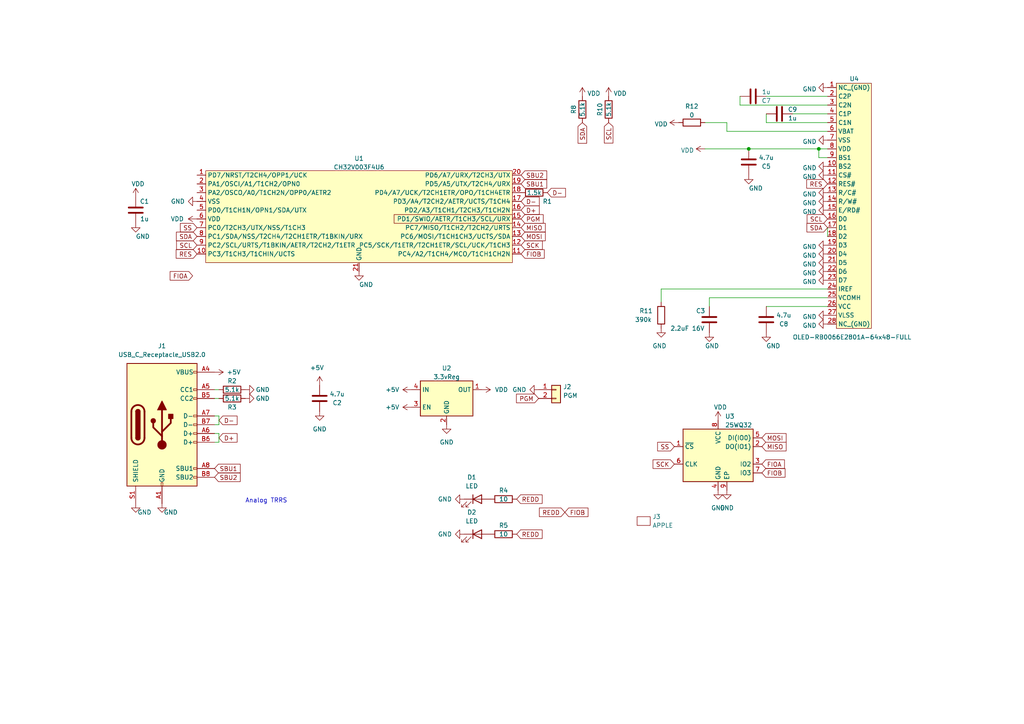
<source format=kicad_sch>
(kicad_sch (version 20231120) (generator "eeschema") (generator_version "8.0")
  (paper "A4")
  (lib_symbols
    (symbol "CH32V003F4U6:CH32V003F4U6"
      (property "Reference" "U" (at 0 0 0))
      (property "Value" "CH32V003F4U6" (at 0 3.81 0))
      (symbol "CH32V003F4U6_0_1"
        (rectangle (start -44.45 12.7) (end 44.45 -13.97) (fill (type background)))
        (rectangle (start 10.16 0) (end 44.45 -2.54) (fill (type background)))
      )
      (symbol "CH32V003F4U6_1_1"
        (pin bidirectional line (at -46.99 11.43 0) (length 2.54) (name "PD7/NRST/T2CH4/OPP1/UCK") (number "1"))
        (pin bidirectional line (at -46.99 -11.43 0) (length 2.54) (name "PC3/T1CH3/T1CHIN/UCTS") (number "10"))
        (pin bidirectional line (at 46.99 -11.43 180) (length 2.54) (name "PC4/A2/T1CH4/MCO/T1CH1CH2N") (number "11"))
        (pin bidirectional line (at 46.99 -8.89 180) (length 2.54) (name "PC5/SCK/T1ETR/T2CH1ETR/SCL/UCK/T1CH3") (number "12"))
        (pin bidirectional line (at 46.99 -6.35 180) (length 2.54) (name "PC6/MOSI/T1CH1CH3/UCTS/SDA") (number "13"))
        (pin bidirectional line (at 46.99 -3.81 180) (length 2.54) (name "PC7/MISO/T1CH2/T2CH2/URTS") (number "14"))
        (pin bidirectional line (at 46.99 -1.27 180) (length 2.54) (name "PD1/SWIO/AETR/T1CH3/SCL/URX") (number "15"))
        (pin bidirectional line (at 46.99 1.27 180) (length 2.54) (name "PD2/A3/T1CH1/T2CH3/T1CH2N") (number "16"))
        (pin bidirectional line (at 46.99 3.81 180) (length 2.54) (name "PD3/A4/T2CH2/AETR/UCTS/T1CH4") (number "17"))
        (pin bidirectional line (at 46.99 6.35 180) (length 2.54) (name "PD4/A7/UCK/T2CH1ETR/OPO/T1CH4ETR") (number "18"))
        (pin bidirectional line (at 46.99 8.89 180) (length 2.54) (name "PD5/A5/UTX/T2CH4/URX") (number "19"))
        (pin bidirectional line (at -46.99 8.89 0) (length 2.54) (name "PA1/OSCI/A1/T1CH2/OPN0") (number "2"))
        (pin bidirectional line (at 46.99 11.43 180) (length 2.54) (name "PD6/A7/URX/T2CH3/UTX") (number "20"))
        (pin bidirectional line (at 0 -16.51 90) (length 2.54) (name "GND") (number "21"))
        (pin bidirectional line (at -46.99 6.35 0) (length 2.54) (name "PA2/OSCO/A0/T1CH2N/OPP0/AETR2") (number "3"))
        (pin bidirectional line (at -46.99 3.81 0) (length 2.54) (name "VSS") (number "4"))
        (pin bidirectional line (at -46.99 1.27 0) (length 2.54) (name "PD0/T1CH1N/OPN1/SDA/UTX") (number "5"))
        (pin bidirectional line (at -46.99 -1.27 0) (length 2.54) (name "VDD") (number "6"))
        (pin bidirectional line (at -46.99 -3.81 0) (length 2.54) (name "PC0/T2CH3/UTX/NSS/T1CH3") (number "7"))
        (pin bidirectional line (at -46.99 -6.35 0) (length 2.54) (name "PC1/SDA/NSS/T2CH4/T2CH1ETR/T1BKIN/URX") (number "8"))
        (pin bidirectional line (at -46.99 -8.89 0) (length 2.54) (name "PC2/SCL/URTS/T1BKIN/AETR/T2CH2/T1ETR") (number "9"))
      )
    )
    (symbol "Connector:USB_C_Receptacle_USB2.0" (pin_names (offset 1.016))
      (property "Reference" "J" (at -10.16 19.05 0))
      (property "Value" "USB_C_Receptacle_USB2.0" (at 19.05 19.05 0))
      (symbol "USB_C_Receptacle_USB2.0_0_0"
        (rectangle (start -0.254 -17.78) (end 0.254 -16.764))
        (rectangle (start 10.16 -14.986) (end 9.144 -15.494))
        (rectangle (start 10.16 -12.446) (end 9.144 -12.954))
        (rectangle (start 10.16 -4.826) (end 9.144 -5.334))
        (rectangle (start 10.16 -2.286) (end 9.144 -2.794))
        (rectangle (start 10.16 0.254) (end 9.144 -0.254))
        (rectangle (start 10.16 2.794) (end 9.144 2.286))
        (rectangle (start 10.16 7.874) (end 9.144 7.366))
        (rectangle (start 10.16 10.414) (end 9.144 9.906))
        (rectangle (start 10.16 15.494) (end 9.144 14.986))
      )
      (symbol "USB_C_Receptacle_USB2.0_0_1"
        (rectangle (start -10.16 17.78) (end 10.16 -17.78) (stroke (width 0.254)) (fill (type background)))
        (arc (start -8.89 -3.81) (mid -6.985 -5.7066) (end -5.08 -3.81) (stroke (width 0.508)))
        (arc (start -7.62 -3.81) (mid -6.985 -4.4422) (end -6.35 -3.81) (stroke (width 0.254)))
        (arc (start -7.62 -3.81) (mid -6.985 -4.4422) (end -6.35 -3.81) (stroke (width 0.254)) (fill (type outline)))
        (rectangle (start -7.62 -3.81) (end -6.35 3.81) (stroke (width 0.254)) (fill (type outline)))
        (arc (start -6.35 3.81) (mid -6.985 4.4422) (end -7.62 3.81) (stroke (width 0.254)))
        (arc (start -6.35 3.81) (mid -6.985 4.4422) (end -7.62 3.81) (stroke (width 0.254)) (fill (type outline)))
        (arc (start -5.08 3.81) (mid -6.985 5.7066) (end -8.89 3.81) (stroke (width 0.508)))
        (circle (center -2.54 1.143) (radius 0.635) (stroke (width 0.254)) (fill (type outline)))
        (circle (center 0 -5.842) (radius 1.27) (fill (type outline)))
        (polyline (pts (xy -8.89 -3.81) (xy -8.89 3.81)) (stroke (width 0.508)))
        (polyline (pts (xy -5.08 3.81) (xy -5.08 -3.81)) (stroke (width 0.508)))
        (polyline (pts (xy 0 -5.842) (xy 0 4.318)) (stroke (width 0.508)))
        (polyline (pts (xy 0 -3.302) (xy -2.54 -0.762) (xy -2.54 0.508)) (stroke (width 0.508)))
        (polyline (pts (xy 0 -2.032) (xy 2.54 0.508) (xy 2.54 1.778)) (stroke (width 0.508)))
        (polyline (pts (xy -1.27 4.318) (xy 0 6.858) (xy 1.27 4.318) (xy -1.27 4.318)) (stroke (width 0.254)) (fill (type outline)))
        (rectangle (start 1.905 1.778) (end 3.175 3.048) (stroke (width 0.254)) (fill (type outline)))
      )
      (symbol "USB_C_Receptacle_USB2.0_1_1"
        (pin passive line (at 0 -22.86 90) (length 5.08) (name "GND") (number "A1"))
        (pin passive line (at 0 -22.86 90) (length 5.08) hide (name "GND") (number "A12"))
        (pin passive line (at 15.24 15.24 180) (length 5.08) (name "VBUS") (number "A4"))
        (pin bidirectional line (at 15.24 10.16 180) (length 5.08) (name "CC1") (number "A5"))
        (pin bidirectional line (at 15.24 -2.54 180) (length 5.08) (name "D+") (number "A6"))
        (pin bidirectional line (at 15.24 2.54 180) (length 5.08) (name "D-") (number "A7"))
        (pin bidirectional line (at 15.24 -12.7 180) (length 5.08) (name "SBU1") (number "A8"))
        (pin passive line (at 15.24 15.24 180) (length 5.08) hide (name "VBUS") (number "A9"))
        (pin passive line (at 0 -22.86 90) (length 5.08) hide (name "GND") (number "B1"))
        (pin passive line (at 0 -22.86 90) (length 5.08) hide (name "GND") (number "B12"))
        (pin passive line (at 15.24 15.24 180) (length 5.08) hide (name "VBUS") (number "B4"))
        (pin bidirectional line (at 15.24 7.62 180) (length 5.08) (name "CC2") (number "B5"))
        (pin bidirectional line (at 15.24 -5.08 180) (length 5.08) (name "D+") (number "B6"))
        (pin bidirectional line (at 15.24 0 180) (length 5.08) (name "D-") (number "B7"))
        (pin bidirectional line (at 15.24 -15.24 180) (length 5.08) (name "SBU2") (number "B8"))
        (pin passive line (at 15.24 15.24 180) (length 5.08) hide (name "VBUS") (number "B9"))
        (pin passive line (at -7.62 -22.86 90) (length 5.08) (name "SHIELD") (number "S1"))
      )
    )
    (symbol "Connector_Generic:Conn_01x02" (pin_names (offset 1.016) hide)
      (property "Reference" "J" (at 0 2.54 0))
      (property "Value" "Conn_01x02" (at 0 -5.08 0))
      (symbol "Conn_01x02_1_1"
        (rectangle (start -1.27 -2.413) (end 0 -2.667) (stroke (width 0.1524)))
        (rectangle (start -1.27 0.127) (end 0 -0.127) (stroke (width 0.1524)))
        (rectangle (start -1.27 1.27) (end 1.27 -3.81) (stroke (width 0.254)) (fill (type background)))
        (pin passive line (at -5.08 0 0) (length 3.81) (name "Pin_1") (number "1"))
        (pin passive line (at -5.08 -2.54 0) (length 3.81) (name "Pin_2") (number "2"))
      )
    )
    (symbol "Device:C" (pin_numbers hide) (pin_names (offset 0.254))
      (property "Reference" "C" (at 0.635 2.54 0))
      (property "Value" "C" (at 0.635 -2.54 0))
      (symbol "C_0_1"
        (polyline (pts (xy -2.032 -0.762) (xy 2.032 -0.762)) (stroke (width 0.508)))
        (polyline (pts (xy -2.032 0.762) (xy 2.032 0.762)) (stroke (width 0.508)))
      )
      (symbol "C_1_1"
        (pin passive line (at 0 3.81 270) (length 2.794) (name "~") (number "1"))
        (pin passive line (at 0 -3.81 90) (length 2.794) (name "~") (number "2"))
      )
    )
    (symbol "Device:LED" (pin_numbers hide) (pin_names (offset 1.016) hide)
      (property "Reference" "D" (at 0 2.54 0))
      (property "Value" "LED" (at 0 -2.54 0))
      (symbol "LED_0_1"
        (polyline (pts (xy -1.27 -1.27) (xy -1.27 1.27)) (stroke (width 0.254)))
        (polyline (pts (xy -1.27 0) (xy 1.27 0)))
        (polyline (pts (xy 1.27 -1.27) (xy 1.27 1.27) (xy -1.27 0) (xy 1.27 -1.27)) (stroke (width 0.254)))
        (polyline (pts (xy -3.048 -0.762) (xy -4.572 -2.286) (xy -3.81 -2.286) (xy -4.572 -2.286) (xy -4.572 -1.524)))
        (polyline (pts (xy -1.778 -0.762) (xy -3.302 -2.286) (xy -2.54 -2.286) (xy -3.302 -2.286) (xy -3.302 -1.524)))
      )
      (symbol "LED_1_1"
        (pin passive line (at -3.81 0 0) (length 2.54) (name "K") (number "1"))
        (pin passive line (at 3.81 0 180) (length 2.54) (name "A") (number "2"))
      )
    )
    (symbol "Device:R" (pin_numbers hide) (pin_names (offset 0))
      (property "Reference" "R" (at 2.032 0 90))
      (property "Value" "R" (at 0 0 90))
      (symbol "R_0_1"
        (rectangle (start -1.016 -2.54) (end 1.016 2.54) (stroke (width 0.254)))
      )
      (symbol "R_1_1"
        (pin passive line (at 0 3.81 270) (length 1.27) (name "~") (number "1"))
        (pin passive line (at 0 -3.81 90) (length 1.27) (name "~") (number "2"))
      )
    )
    (symbol "Memory_Flash:W25Q32JVZP"
      (property "Reference" "U" (at -8.89 8.89 0))
      (property "Value" "W25Q32JVZP" (at 7.62 8.89 0))
      (symbol "W25Q32JVZP_0_1"
        (rectangle (start -10.16 7.62) (end 10.16 -7.62) (stroke (width 0.254)) (fill (type background)))
      )
      (symbol "W25Q32JVZP_1_1"
        (pin input line (at -12.7 2.54 0) (length 2.54) (name "~{CS}") (number "1"))
        (pin bidirectional line (at 12.7 2.54 180) (length 2.54) (name "DO(IO1)") (number "2"))
        (pin bidirectional line (at 12.7 -2.54 180) (length 2.54) (name "IO2") (number "3"))
        (pin power_in line (at 0 -10.16 90) (length 2.54) (name "GND") (number "4"))
        (pin bidirectional line (at 12.7 5.08 180) (length 2.54) (name "DI(IO0)") (number "5"))
        (pin input line (at -12.7 -2.54 0) (length 2.54) (name "CLK") (number "6"))
        (pin bidirectional line (at 12.7 -5.08 180) (length 2.54) (name "IO3") (number "7"))
        (pin power_in line (at 0 10.16 270) (length 2.54) (name "VCC") (number "8"))
        (pin passive line (at 2.54 -10.16 90) (length 2.54) (name "EP") (number "9"))
      )
    )
    (symbol "OLED-RB0066E2801A-64x48-FULL:OLED-RB0066E2801A-64x48-FULL"
      (property "Reference" "U" (at 0 36.83 0))
      (property "Value" "OLED-RB0066E2801A-64x48-FULL" (at 0 -36.83 0))
      (symbol "OLED-RB0066E2801A-64x48-FULL_0_1"
        (rectangle (start -5.08 35.56) (end 5.08 -35.56) (stroke (width 0.1524)) (fill (type background)))
      )
      (symbol "OLED-RB0066E2801A-64x48-FULL_1_1"
        (pin bidirectional line (at -7.62 34.29 0) (length 2.54) (name "NC_(GND)") (number "1"))
        (pin bidirectional line (at -7.62 11.43 0) (length 2.54) (name "BS2") (number "10"))
        (pin bidirectional line (at -7.62 8.89 0) (length 2.54) (name "CS#") (number "11"))
        (pin bidirectional line (at -7.62 6.35 0) (length 2.54) (name "RES#") (number "12"))
        (pin bidirectional line (at -7.62 3.81 0) (length 2.54) (name "R/C#") (number "13"))
        (pin bidirectional line (at -7.62 1.27 0) (length 2.54) (name "R/W#") (number "14"))
        (pin bidirectional line (at -7.62 -1.27 0) (length 2.54) (name "E/RD#") (number "15"))
        (pin bidirectional line (at -7.62 -3.81 0) (length 2.54) (name "D0") (number "16"))
        (pin bidirectional line (at -7.62 -6.35 0) (length 2.54) (name "D1") (number "17"))
        (pin bidirectional line (at -7.62 -8.89 0) (length 2.54) (name "D2") (number "18"))
        (pin bidirectional line (at -7.62 -11.43 0) (length 2.54) (name "D3") (number "19"))
        (pin bidirectional line (at -7.62 31.75 0) (length 2.54) (name "C2P") (number "2"))
        (pin bidirectional line (at -7.62 -13.97 0) (length 2.54) (name "D4") (number "20"))
        (pin bidirectional line (at -7.62 -16.51 0) (length 2.54) (name "D5") (number "21"))
        (pin bidirectional line (at -7.62 -19.05 0) (length 2.54) (name "D6") (number "22"))
        (pin bidirectional line (at -7.62 -21.59 0) (length 2.54) (name "D7") (number "23"))
        (pin bidirectional line (at -7.62 -24.13 0) (length 2.54) (name "IREF") (number "24"))
        (pin bidirectional line (at -7.62 -26.67 0) (length 2.54) (name "VCOMH") (number "25"))
        (pin bidirectional line (at -7.62 -29.21 0) (length 2.54) (name "VCC") (number "26"))
        (pin bidirectional line (at -7.62 -31.75 0) (length 2.54) (name "VLSS") (number "27"))
        (pin bidirectional line (at -7.62 -34.29 0) (length 2.54) (name "NC_(GND)") (number "28"))
        (pin bidirectional line (at -7.62 29.21 0) (length 2.54) (name "C2N") (number "3"))
        (pin bidirectional line (at -7.62 26.67 0) (length 2.54) (name "C1P") (number "4"))
        (pin bidirectional line (at -7.62 24.13 0) (length 2.54) (name "C1N") (number "5"))
        (pin bidirectional line (at -7.62 21.59 0) (length 2.54) (name "VBAT") (number "6"))
        (pin bidirectional line (at -7.62 19.05 0) (length 2.54) (name "VSS") (number "7"))
        (pin bidirectional line (at -7.62 16.51 0) (length 2.54) (name "VDD") (number "8"))
        (pin bidirectional line (at -7.62 13.97 0) (length 2.54) (name "BS1") (number "9"))
      )
    )
    (symbol "Regulator_Linear:NCP115AMX120TCG"
      (property "Reference" "U" (at 2.54 10.16 0))
      (property "Value" "NCP115AMX120TCG" (at 10.16 7.62 0))
      (symbol "NCP115AMX120TCG_0_1"
        (rectangle (start -7.62 5.08) (end 7.62 -5.08) (stroke (width 0.254)) (fill (type background)))
      )
      (symbol "NCP115AMX120TCG_1_1"
        (pin power_out line (at 10.16 2.54 180) (length 2.54) (name "OUT") (number "1"))
        (pin power_in line (at 0 -7.62 90) (length 2.54) (name "GND") (number "2"))
        (pin input line (at -10.16 -2.54 0) (length 2.54) (name "EN") (number "3"))
        (pin power_in line (at -10.16 2.54 0) (length 2.54) (name "IN") (number "4"))
        (pin passive line (at 0 -7.62 90) (length 2.54) hide (name "GND") (number "5"))
      )
    )
    (symbol "artwork:artwork"
      (property "Reference" "A" (at 0 0 0))
      (property "Value" "artwork" (at 0 2.54 0))
      (symbol "artwork_0_1"
        (rectangle (start -1.905 1.27) (end 1.905 -1.27))
      )
    )
    (symbol "power:+5V" (power) (pin_names (offset 0))
      (property "Value" "+5V" (at 0 3.556 0))
      (symbol "+5V_0_1"
        (polyline (pts (xy -0.762 1.27) (xy 0 2.54)))
        (polyline (pts (xy 0 0) (xy 0 2.54)))
        (polyline (pts (xy 0 2.54) (xy 0.762 1.27)))
      )
      (symbol "+5V_1_1"
        (pin power_in line (at 0 0 90) (length 0) hide (name "+5V") (number "1"))
      )
    )
    (symbol "power:GND" (power) (pin_names (offset 0))
      (property "Value" "GND" (at 0 -3.81 0))
      (symbol "GND_0_1"
        (polyline (pts (xy 0 0) (xy 0 -1.27) (xy 1.27 -1.27) (xy 0 -2.54) (xy -1.27 -1.27) (xy 0 -1.27)))
      )
      (symbol "GND_1_1"
        (pin power_in line (at 0 0 270) (length 0) hide (name "GND") (number "1"))
      )
    )
    (symbol "power:VDD" (power) (pin_names (offset 0))
      (property "Value" "VDD" (at 0 3.81 0))
      (symbol "VDD_0_1"
        (polyline (pts (xy -0.762 1.27) (xy 0 2.54)))
        (polyline (pts (xy 0 0) (xy 0 2.54)))
        (polyline (pts (xy 0 2.54) (xy 0.762 1.27)))
      )
      (symbol "VDD_1_1"
        (pin power_in line (at 0 0 90) (length 0) hide (name "VDD") (number "1"))
      )
    )
  )
  (junction (at 217.17 43.18))
  (junction (at 237.49 43.18))
  (wire (pts (xy 191.77 83.82) (xy 191.77 87.63)))
  (wire (pts (xy 222.25 27.94) (xy 240.03 27.94)))
  (wire (pts (xy 217.17 43.18) (xy 237.49 43.18)))
  (wire (pts (xy 62.23 113.03) (xy 63.5 113.03)))
  (wire (pts (xy 237.49 43.18) (xy 240.03 43.18)))
  (wire (pts (xy 63.5 125.73) (xy 63.5 128.27)))
  (wire (pts (xy 229.87 33.02) (xy 240.03 33.02)))
  (wire (pts (xy 63.5 128.27) (xy 62.23 128.27)))
  (wire (pts (xy 63.5 120.65) (xy 63.5 123.19)))
  (wire (pts (xy 222.25 33.02) (xy 222.25 35.56)))
  (wire (pts (xy 237.49 45.72) (xy 237.49 43.18)))
  (wire (pts (xy 240.03 30.48) (xy 214.63 30.48)))
  (wire (pts (xy 210.82 35.56) (xy 210.82 38.1)))
  (wire (pts (xy 214.63 30.48) (xy 214.63 27.94)))
  (wire (pts (xy 62.23 115.57) (xy 63.5 115.57)))
  (wire (pts (xy 204.47 35.56) (xy 210.82 35.56)))
  (wire (pts (xy 222.25 35.56) (xy 240.03 35.56)))
  (wire (pts (xy 62.23 123.19) (xy 63.5 123.19)))
  (wire (pts (xy 205.74 88.9) (xy 205.74 86.36)))
  (wire (pts (xy 222.25 88.9) (xy 240.03 88.9)))
  (wire (pts (xy 205.74 86.36) (xy 240.03 86.36)))
  (wire (pts (xy 63.5 125.73) (xy 62.23 125.73)))
  (wire (pts (xy 191.77 83.82) (xy 240.03 83.82)))
  (wire (pts (xy 240.03 66.04) (xy 240.03 68.58)))
  (wire (pts (xy 204.47 43.18) (xy 217.17 43.18)))
  (wire (pts (xy 63.5 120.65) (xy 62.23 120.65)))
  (wire (pts (xy 240.03 45.72) (xy 237.49 45.72)))
  (wire (pts (xy 210.82 38.1) (xy 240.03 38.1)))
  (text "Analog TRRS" (at 71.12 146.05 0) (effects (font (size 1.27 1.27)) (justify left bottom)))
  (global_label "SBU2" (shape input) (at 151.13 50.8 0) (property "Intersheetrefs" "${INTERSHEET_REFS}" (effects (hide yes))))
  (global_label "MOSI" (shape input) (at 151.13 68.58 0) (property "Intersheetrefs" "${INTERSHEET_REFS}" (effects (hide yes))))
  (global_label "PGM" (shape input) (at 151.13 63.5 0) (property "Intersheetrefs" "${INTERSHEET_REFS}" (effects (hide yes))))
  (global_label "SBU2" (shape input) (at 62.23 138.43 0) (property "Intersheetrefs" "${INTERSHEET_REFS}" (effects (hide yes))))
  (global_label "RES" (shape input) (at 240.03 53.34 180) (property "Intersheetrefs" "${INTERSHEET_REFS}" (effects (hide yes))))
  (global_label "SCL" (shape input) (at 57.15 71.12 180) (property "Intersheetrefs" "${INTERSHEET_REFS}" (effects (hide yes))))
  (global_label "MISO" (shape input) (at 220.98 129.54 0) (property "Intersheetrefs" "${INTERSHEET_REFS}" (effects (hide yes))))
  (global_label "SCL" (shape input) (at 176.53 35.56 270) (property "Intersheetrefs" "${INTERSHEET_REFS}" (effects (hide yes))))
  (global_label "SDA" (shape input) (at 57.15 68.58 180) (property "Intersheetrefs" "${INTERSHEET_REFS}" (effects (hide yes))))
  (global_label "D+" (shape input) (at 63.5 127 0) (property "Intersheetrefs" "${INTERSHEET_REFS}" (effects (hide yes))))
  (global_label "SCL" (shape input) (at 240.03 63.5 180) (property "Intersheetrefs" "${INTERSHEET_REFS}" (effects (hide yes))))
  (global_label "MISO" (shape input) (at 151.13 66.04 0) (property "Intersheetrefs" "${INTERSHEET_REFS}" (effects (hide yes))))
  (global_label "FIOB" (shape input) (at 220.98 137.16 0) (property "Intersheetrefs" "${INTERSHEET_REFS}" (effects (hide yes))))
  (global_label "REDD" (shape input) (at 149.86 144.78 0) (property "Intersheetrefs" "${INTERSHEET_REFS}" (effects (hide yes))))
  (global_label "SBU1" (shape input) (at 62.23 135.89 0) (property "Intersheetrefs" "${INTERSHEET_REFS}" (effects (hide yes))))
  (global_label "SCK" (shape input) (at 151.13 71.12 0) (property "Intersheetrefs" "${INTERSHEET_REFS}" (effects (hide yes))))
  (global_label "REDD" (shape input) (at 149.86 154.94 0) (property "Intersheetrefs" "${INTERSHEET_REFS}" (effects (hide yes))))
  (global_label "D-" (shape input) (at 151.13 58.42 0) (property "Intersheetrefs" "${INTERSHEET_REFS}" (effects (hide yes))))
  (global_label "FIOA" (shape input) (at 220.98 134.62 0) (property "Intersheetrefs" "${INTERSHEET_REFS}" (effects (hide yes))))
  (global_label "FIOA" (shape input) (at 55.88 80.01 180) (property "Intersheetrefs" "${INTERSHEET_REFS}" (effects (hide yes))))
  (global_label "SS" (shape input) (at 195.58 129.54 180) (property "Intersheetrefs" "${INTERSHEET_REFS}" (effects (hide yes))))
  (global_label "SDA" (shape input) (at 168.91 35.56 270) (property "Intersheetrefs" "${INTERSHEET_REFS}" (effects (hide yes))))
  (global_label "FIOB" (shape input) (at 151.13 73.66 0) (property "Intersheetrefs" "${INTERSHEET_REFS}" (effects (hide yes))))
  (global_label "REDD" (shape input) (at 163.83 148.59 180) (property "Intersheetrefs" "${INTERSHEET_REFS}" (effects (hide yes))))
  (global_label "SCK" (shape input) (at 195.58 134.62 180) (property "Intersheetrefs" "${INTERSHEET_REFS}" (effects (hide yes))))
  (global_label "RES" (shape input) (at 57.15 73.66 180) (property "Intersheetrefs" "${INTERSHEET_REFS}" (effects (hide yes))))
  (global_label "SBU1" (shape input) (at 151.13 53.34 0) (property "Intersheetrefs" "${INTERSHEET_REFS}" (effects (hide yes))))
  (global_label "SS" (shape input) (at 57.15 66.04 180) (property "Intersheetrefs" "${INTERSHEET_REFS}" (effects (hide yes))))
  (global_label "SDA" (shape input) (at 240.03 66.04 180) (property "Intersheetrefs" "${INTERSHEET_REFS}" (effects (hide yes))))
  (global_label "PGM" (shape input) (at 156.21 115.57 180) (property "Intersheetrefs" "${INTERSHEET_REFS}" (effects (hide yes))))
  (global_label "D-" (shape input) (at 158.75 55.88 0) (property "Intersheetrefs" "${INTERSHEET_REFS}" (effects (hide yes))))
  (global_label "MOSI" (shape input) (at 220.98 127 0) (property "Intersheetrefs" "${INTERSHEET_REFS}" (effects (hide yes))))
  (global_label "FIOB" (shape input) (at 163.83 148.59 0) (property "Intersheetrefs" "${INTERSHEET_REFS}" (effects (hide yes))))
  (global_label "D+" (shape input) (at 151.13 60.96 0) (property "Intersheetrefs" "${INTERSHEET_REFS}" (effects (hide yes))))
  (global_label "D-" (shape input) (at 63.5 121.92 0) (property "Intersheetrefs" "${INTERSHEET_REFS}" (effects (hide yes))))
  (symbol (lib_id "power:VDD") (at 139.7 113.03 270) (unit 1)
    (property "Reference" "#PWR018" (effects (hide yes)))
    (property "Value" "VDD" (at 143.51 113.03 90) (effects (justify left)))
  )
  (symbol (lib_id "power:GND") (at 240.03 40.64 270) (unit 1)
    (property "Reference" "#PWR035" (effects (hide yes)))
    (property "Value" "GND" (at 236.8551 41.0738 90) (effects (justify right)))
  )
  (symbol (lib_id "artwork:artwork") (at 186.69 151.13 0) (unit 1)
    (property "Reference" "J3" (at 189.23 149.8599 0) (effects (justify left)))
    (property "Value" "APPLE" (at 189.23 152.3999 0) (effects (justify left)))
    (property "Footprint" "artwork:apple" (effects (hide yes)))
  )
  (symbol (lib_id "Connector_Generic:Conn_01x02") (at 161.29 113.03 0) (unit 1)
    (property "Reference" "J2" (at 163.322 112.1953 0) (effects (justify left)))
    (property "Value" "PGM" (at 163.322 114.7322 0) (effects (justify left)))
    (property "Footprint" "Connector_PinHeader_2.54mm:PinHeader_1x03_P2.54mm_Vertical" (effects (hide yes)))
  )
  (symbol (lib_id "Device:R") (at 146.05 154.94 90) (unit 1)
    (property "Reference" "R5" (at 146.05 152.4 90))
    (property "Value" "10" (at 146.05 154.94 90))
    (property "Footprint" "Resistor_SMD:R_0402_1005Metric" (effects (hide yes)))
    (property "LCSC" "C25077" (effects (hide yes)))
  )
  (symbol (lib_id "Device:R") (at 168.91 31.75 180) (unit 1)
    (property "Reference" "R8" (at 166.37 31.75 90))
    (property "Value" "5.1k" (at 168.91 31.75 90))
    (property "Footprint" "Resistor_SMD:R_0402_1005Metric" (effects (hide yes)))
    (property "LCSC" "C25905" (effects (hide yes)))
  )
  (symbol (lib_id "power:GND") (at 39.37 146.05 0) (unit 1)
    (property "Reference" "#PWR03" (effects (hide yes)))
    (property "Value" "GND" (at 41.91 148.59 0))
  )
  (symbol (lib_id "power:+5V") (at 119.38 113.03 90) (unit 1)
    (property "Reference" "#PWR013" (effects (hide yes)))
    (property "Value" "+5V" (at 111.76 113.03 90) (effects (justify right)))
  )
  (symbol (lib_id "power:GND") (at 240.03 50.8 270) (unit 1)
    (property "Reference" "#PWR037" (effects (hide yes)))
    (property "Value" "GND" (at 236.8551 51.2338 90) (effects (justify right)))
  )
  (symbol (lib_id "power:+5V") (at 92.71 111.76 0) (unit 1)
    (property "Reference" "#PWR010" (effects (hide yes)))
    (property "Value" "+5V" (at 93.98 106.68 0) (effects (justify right)))
  )
  (symbol (lib_id "Device:C") (at 92.71 115.57 180) (unit 1)
    (property "Reference" "C2" (at 97.79 116.84 0))
    (property "Value" "4.7u" (at 97.79 114.3 0))
    (property "Footprint" "Resistor_SMD:R_0402_1005Metric" (effects (hide yes)))
    (property "LCSC" "C368809" (effects (hide yes)))
  )
  (symbol (lib_id "power:GND") (at 39.37 64.77 0) (unit 1)
    (property "Reference" "#PWR02" (effects (hide yes)))
    (property "Value" "GND" (at 39.37 68.58 0) (effects (justify left)))
  )
  (symbol (lib_id "power:GND") (at 57.15 58.42 270) (unit 1)
    (property "Reference" "#PWR05" (effects (hide yes)))
    (property "Value" "GND" (at 49.53 58.42 90) (effects (justify left)))
  )
  (symbol (lib_id "Device:R") (at 191.77 91.44 180) (unit 1)
    (property "Reference" "R11" (at 185.42 90.17 0) (effects (justify right)))
    (property "Value" "390k" (at 184.15 92.71 0) (effects (justify right)))
    (property "Footprint" "Resistor_SMD:R_0402_1005Metric" (effects (hide yes)))
    (property "LCSC" "C163467" (effects (hide yes)))
  )
  (symbol (lib_id "power:VDD") (at 176.53 27.94 0) (unit 1)
    (property "Reference" "#PWR022" (effects (hide yes)))
    (property "Value" "VDD" (at 177.927 27.1038 0) (effects (justify left)))
  )
  (symbol (lib_id "power:VDD") (at 208.28 121.92 0) (unit 1)
    (property "Reference" "#PWR027" (effects (hide yes)))
    (property "Value" "VDD" (at 207.01 118.11 0) (effects (justify left)))
  )
  (symbol (lib_id "power:VDD") (at 57.15 63.5 90) (unit 1)
    (property "Reference" "#PWR06" (effects (hide yes)))
    (property "Value" "VDD" (at 53.34 63.5 90) (effects (justify left)))
  )
  (symbol (lib_id "Device:C") (at 222.25 92.71 180) (unit 1)
    (property "Reference" "C8" (at 227.33 93.98 0))
    (property "Value" "4.7u" (at 227.33 91.44 0))
    (property "Footprint" "Resistor_SMD:R_0402_1005Metric" (effects (hide yes)))
    (property "LCSC" "C368809" (effects (hide yes)))
  )
  (symbol (lib_id "Device:LED") (at 138.43 144.78 0) (unit 1)
    (property "Reference" "D1" (at 136.8425 138.43 0))
    (property "Value" "LED" (at 136.8425 140.97 0))
    (property "Footprint" "LED_SMD:LED_0402_1005Metric" (effects (hide yes)))
    (property "LCSC" "C74339" (effects (hide yes)))
  )
  (symbol (lib_id "Device:R") (at 146.05 144.78 90) (unit 1)
    (property "Reference" "R4" (at 146.05 142.24 90))
    (property "Value" "10" (at 146.05 144.78 90))
    (property "Footprint" "Resistor_SMD:R_0402_1005Metric" (effects (hide yes)))
    (property "LCSC" "C25077" (effects (hide yes)))
  )
  (symbol (lib_id "power:GND") (at 240.03 25.4 270) (unit 1)
    (property "Reference" "#PWR034" (effects (hide yes)))
    (property "Value" "GND" (at 236.8551 25.8338 90) (effects (justify right)))
  )
  (symbol (lib_id "power:GND") (at 240.03 76.2 270) (unit 1)
    (property "Reference" "#PWR043" (effects (hide yes)))
    (property "Value" "GND" (at 236.8551 76.6338 90) (effects (justify right)))
  )
  (symbol (lib_id "power:GND") (at 205.74 96.52 0) (unit 1)
    (property "Reference" "#PWR026" (effects (hide yes)))
    (property "Value" "GND" (at 204.47 100.33 0) (effects (justify left)))
  )
  (symbol (lib_id "power:GND") (at 240.03 71.12 270) (unit 1)
    (property "Reference" "#PWR041" (effects (hide yes)))
    (property "Value" "GND" (at 236.8551 71.5538 90) (effects (justify right)))
  )
  (symbol (lib_id "Device:C") (at 205.74 92.71 180) (unit 1)
    (property "Reference" "C3" (at 203.2 90.17 0))
    (property "Value" "2.2uF 16V" (at 199.39 95.25 0))
    (property "Footprint" "Resistor_SMD:R_0402_1005Metric" (effects (hide yes)))
    (property "LCSC" "C668369" (effects (hide yes)))
  )
  (symbol (lib_id "power:VDD") (at 168.91 27.94 0) (unit 1)
    (property "Reference" "#PWR021" (effects (hide yes)))
    (property "Value" "VDD" (at 170.307 27.1038 0) (effects (justify left)))
  )
  (symbol (lib_id "Regulator_Linear:NCP115AMX120TCG") (at 129.54 115.57 0) (unit 1)
    (property "Reference" "U2" (at 129.54 106.7902 0))
    (property "Value" "3.3vReg" (at 129.54 109.3271 0))
    (property "Footprint" "cnhardware:xdfn-reg" (effects (hide yes)))
    (property "Datasheet" "https://www.onsemi.com/pub/Collateral/NCP115-D.PDF" (effects (hide yes)))
    (property "LCSC" "C379350" (effects (hide yes)))
  )
  (symbol (lib_id "Device:C") (at 39.37 60.96 180) (unit 1)
    (property "Reference" "C1" (at 41.91 58.42 0))
    (property "Value" "1u" (at 41.91 63.5 0))
    (property "Footprint" "Resistor_SMD:R_0402_1005Metric" (effects (hide yes)))
    (property "LCSC" "C52923" (effects (hide yes)))
  )
  (symbol (lib_id "power:GND") (at 191.77 95.25 0) (unit 1)
    (property "Reference" "#PWR023" (effects (hide yes)))
    (property "Value" "GND" (at 189.23 100.33 0) (effects (justify left)))
  )
  (symbol (lib_id "power:GND") (at 129.54 123.19 0) (unit 1)
    (property "Reference" "#PWR015" (effects (hide yes)))
    (property "Value" "GND" (at 129.54 128.27 0))
  )
  (symbol (lib_id "power:GND") (at 240.03 78.74 270) (unit 1)
    (property "Reference" "#PWR044" (effects (hide yes)))
    (property "Value" "GND" (at 236.8551 79.1738 90) (effects (justify right)))
  )
  (symbol (lib_id "power:GND") (at 240.03 73.66 270) (unit 1)
    (property "Reference" "#PWR042" (effects (hide yes)))
    (property "Value" "GND" (at 236.8551 74.0938 90) (effects (justify right)))
  )
  (symbol (lib_id "power:GND") (at 240.03 91.44 270) (unit 1)
    (property "Reference" "#PWR046" (effects (hide yes)))
    (property "Value" "GND" (at 236.8551 91.8738 90) (effects (justify right)))
  )
  (symbol (lib_id "Device:C") (at 218.44 27.94 90) (unit 1)
    (property "Reference" "C7" (at 222.25 29.21 90))
    (property "Value" "1u" (at 222.25 26.67 90))
    (property "Footprint" "Resistor_SMD:R_0402_1005Metric" (effects (hide yes)))
    (property "LCSC" "C52923" (effects (hide yes)))
  )
  (symbol (lib_id "CH32V003F4U6:CH32V003F4U6") (at 104.14 62.23 0) (unit 1)
    (property "Reference" "U1" (at 104.14 45.9572 0))
    (property "Value" "CH32V003F4U6" (at 104.14 48.4941 0))
    (property "Footprint" "Package_DFN_QFN:QFN-20-1EP_3x3mm_P0.4mm_EP1.65x1.65mm" (effects (hide yes)))
    (property "LCSC" "C5299908" (effects (hide yes)))
  )
  (symbol (lib_id "power:GND") (at 156.21 113.03 270) (unit 1)
    (property "Reference" "#PWR020" (effects (hide yes)))
    (property "Value" "GND" (at 148.59 113.03 90) (effects (justify left)))
  )
  (symbol (lib_id "power:GND") (at 134.62 144.78 270) (unit 1)
    (property "Reference" "#PWR0102" (effects (hide yes)))
    (property "Value" "GND" (at 127 144.78 90) (effects (justify left)))
  )
  (symbol (lib_id "power:VDD") (at 196.85 35.56 90) (unit 1)
    (property "Reference" "#PWR024" (effects (hide yes)))
    (property "Value" "VDD" (at 193.675 35.9938 90) (effects (justify left)))
  )
  (symbol (lib_id "power:GND") (at 240.03 60.96 270) (unit 1)
    (property "Reference" "#PWR040" (effects (hide yes)))
    (property "Value" "GND" (at 236.8551 61.3938 90) (effects (justify right)))
  )
  (symbol (lib_id "power:GND") (at 240.03 93.98 270) (unit 1)
    (property "Reference" "#PWR047" (effects (hide yes)))
    (property "Value" "GND" (at 236.8551 94.4138 90) (effects (justify right)))
  )
  (symbol (lib_id "power:GND") (at 210.82 142.24 0) (unit 1)
    (property "Reference" "#PWR029" (effects (hide yes)))
    (property "Value" "GND" (at 210.82 147.32 0))
  )
  (symbol (lib_id "power:+5V") (at 119.38 118.11 90) (unit 1)
    (property "Reference" "#PWR014" (effects (hide yes)))
    (property "Value" "+5V" (at 111.76 118.11 90) (effects (justify right)))
  )
  (symbol (lib_id "Device:R") (at 200.66 35.56 90) (unit 1)
    (property "Reference" "R12" (at 200.66 30.8442 90))
    (property "Value" "0" (at 200.66 33.3811 90))
    (property "Footprint" "Resistor_SMD:R_0402_1005Metric" (effects (hide yes)))
    (property "LCSC" "C17168" (effects (hide yes)))
  )
  (symbol (lib_id "Connector:USB_C_Receptacle_USB2.0") (at 46.99 123.19 0) (unit 1)
    (property "Reference" "J1" (at 46.99 100.33 0))
    (property "Value" "USB_C_Receptacle_USB2.0" (at 46.99 102.87 0))
    (property "Footprint" "Connector_USB:USB_C_Receptacle_HRO_TYPE-C-31-M-12" (effects (hide yes)))
    (property "Datasheet" "https://www.usb.org/sites/default/files/documents/usb_type-c.zip" (effects (hide yes)))
    (property "LCSC" "C2765186" (effects (hide yes)))
  )
  (symbol (lib_id "power:GND") (at 71.12 113.03 90) (unit 1)
    (property "Reference" "#PWR08" (effects (hide yes)))
    (property "Value" "GND" (at 76.2 113.03 90))
  )
  (symbol (lib_id "power:VDD") (at 39.37 57.15 0) (unit 1)
    (property "Reference" "#PWR01" (effects (hide yes)))
    (property "Value" "VDD" (at 38.1 53.34 0) (effects (justify left)))
  )
  (symbol (lib_id "power:GND") (at 104.14 78.74 0) (unit 1)
    (property "Reference" "#PWR012" (effects (hide yes)))
    (property "Value" "GND" (at 104.14 82.55 0) (effects (justify left)))
  )
  (symbol (lib_id "Device:R") (at 67.31 115.57 90) (unit 1)
    (property "Reference" "R3" (at 67.31 118.11 90))
    (property "Value" "5.1k" (at 67.31 115.57 90))
    (property "Footprint" "Resistor_SMD:R_0402_1005Metric" (effects (hide yes)))
    (property "LCSC" "C25905" (effects (hide yes)))
  )
  (symbol (lib_id "power:GND") (at 71.12 115.57 90) (unit 1)
    (property "Reference" "#PWR09" (effects (hide yes)))
    (property "Value" "GND" (at 76.2 115.57 90))
  )
  (symbol (lib_id "Device:C") (at 217.17 46.99 180) (unit 1)
    (property "Reference" "C5" (at 222.25 48.26 0))
    (property "Value" "4.7u" (at 222.25 45.72 0))
    (property "Footprint" "Resistor_SMD:R_0402_1005Metric" (effects (hide yes)))
    (property "LCSC" "C368809" (effects (hide yes)))
  )
  (symbol (lib_id "power:GND") (at 134.62 154.94 270) (unit 1)
    (property "Reference" "#PWR0101" (effects (hide yes)))
    (property "Value" "GND" (at 127 154.94 90) (effects (justify left)))
  )
  (symbol (lib_id "Device:R") (at 176.53 31.75 180) (unit 1)
    (property "Reference" "R10" (at 173.99 31.75 90))
    (property "Value" "5.1k" (at 176.53 31.75 90))
    (property "Footprint" "Resistor_SMD:R_0402_1005Metric" (effects (hide yes)))
    (property "LCSC" "C25905" (effects (hide yes)))
  )
  (symbol (lib_id "power:+5V") (at 62.23 107.95 270) (unit 1)
    (property "Reference" "#PWR07" (effects (hide yes)))
    (property "Value" "+5V" (at 69.85 107.95 90) (effects (justify right)))
  )
  (symbol (lib_id "Device:LED") (at 138.43 154.94 0) (unit 1)
    (property "Reference" "D2" (at 136.8425 148.59 0))
    (property "Value" "LED" (at 136.8425 151.13 0))
    (property "Footprint" "LED_SMD:LED_0402_1005Metric" (effects (hide yes)))
    (property "LCSC" "C74339" (effects (hide yes)))
  )
  (symbol (lib_id "power:GND") (at 240.03 55.88 270) (unit 1)
    (property "Reference" "#PWR038" (effects (hide yes)))
    (property "Value" "GND" (at 236.8551 56.3138 90) (effects (justify right)))
  )
  (symbol (lib_id "power:GND") (at 240.03 81.28 270) (unit 1)
    (property "Reference" "#PWR045" (effects (hide yes)))
    (property "Value" "GND" (at 236.8551 81.7138 90) (effects (justify right)))
  )
  (symbol (lib_id "Device:C") (at 226.06 33.02 90) (unit 1)
    (property "Reference" "C9" (at 229.87 31.75 90))
    (property "Value" "1u" (at 229.87 34.29 90))
    (property "Footprint" "Resistor_SMD:R_0402_1005Metric" (effects (hide yes)))
    (property "LCSC" "C52923" (effects (hide yes)))
  )
  (symbol (lib_id "OLED-RB0066E2801A-64x48-FULL:OLED-RB0066E2801A-64x48-FULL") (at 247.65 59.69 0) (unit 1)
    (property "Reference" "U4" (at 246.38 22.86 0) (effects (justify left)))
    (property "Value" "OLED-RB0066E2801A-64x48-FULL" (at 229.87 97.79 0) (effects (justify left)))
    (property "Footprint" "cnhardware:OLED-RB0066E2801A-64x48-FULL" (effects (hide yes)))
  )
  (symbol (lib_id "power:GND") (at 240.03 48.26 270) (unit 1)
    (property "Reference" "#PWR036" (effects (hide yes)))
    (property "Value" "GND" (at 236.8551 48.6938 90) (effects (justify right)))
  )
  (symbol (lib_id "Device:R") (at 67.31 113.03 90) (unit 1)
    (property "Reference" "R2" (at 67.31 110.49 90))
    (property "Value" "5.1k" (at 67.31 113.03 90))
    (property "Footprint" "Resistor_SMD:R_0402_1005Metric" (effects (hide yes)))
    (property "LCSC" "C25905" (effects (hide yes)))
  )
  (symbol (lib_id "power:GND") (at 92.71 119.38 0) (unit 1)
    (property "Reference" "#PWR011" (effects (hide yes)))
    (property "Value" "GND" (at 92.71 124.46 0))
  )
  (symbol (lib_id "Memory_Flash:W25Q32JVZP") (at 208.28 132.08 0) (unit 1)
    (property "Reference" "U3" (at 210.2994 120.7602 0) (effects (justify left)))
    (property "Value" "25WQ32" (at 210.2994 123.2971 0) (effects (justify left)))
    (property "Datasheet" "http://www.winbond.com/resource-files/w25q32jv%20revg%2003272018%20plus.pdf" (effects (hide yes)))
    (property "LCSC" "NP_C5258281" (effects (hide yes)))
  )
  (symbol (lib_id "power:GND") (at 240.03 58.42 270) (unit 1)
    (property "Reference" "#PWR039" (effects (hide yes)))
    (property "Value" "GND" (at 236.8551 58.8538 90) (effects (justify right)))
  )
  (symbol (lib_id "power:GND") (at 208.28 142.24 0) (unit 1)
    (property "Reference" "#PWR028" (effects (hide yes)))
    (property "Value" "GND" (at 208.28 147.32 0))
  )
  (symbol (lib_id "power:GND") (at 46.99 146.05 0) (unit 1)
    (property "Reference" "#PWR04" (effects (hide yes)))
    (property "Value" "GND" (at 49.53 148.59 0))
  )
  (symbol (lib_id "power:VDD") (at 204.47 43.18 90) (unit 1)
    (property "Reference" "#PWR025" (effects (hide yes)))
    (property "Value" "VDD" (at 201.295 43.6138 90) (effects (justify left)))
  )
  (symbol (lib_id "power:GND") (at 217.17 50.8 0) (unit 1)
    (property "Reference" "#PWR031" (effects (hide yes)))
    (property "Value" "GND" (at 217.17 54.61 0) (effects (justify left)))
  )
  (symbol (lib_id "Device:R") (at 154.94 55.88 270) (unit 1)
    (property "Reference" "R1" (at 158.75 58.42 90))
    (property "Value" "1.5k" (at 154.94 55.88 90))
    (property "Footprint" "Resistor_SMD:R_0402_1005Metric" (effects (hide yes)))
    (property "LCSC" "C25867" (effects (hide yes)))
  )
  (symbol (lib_id "power:GND") (at 222.25 96.52 0) (unit 1)
    (property "Reference" "#PWR033" (effects (hide yes)))
    (property "Value" "GND" (at 222.25 100.33 0) (effects (justify left)))
  )
)
</source>
